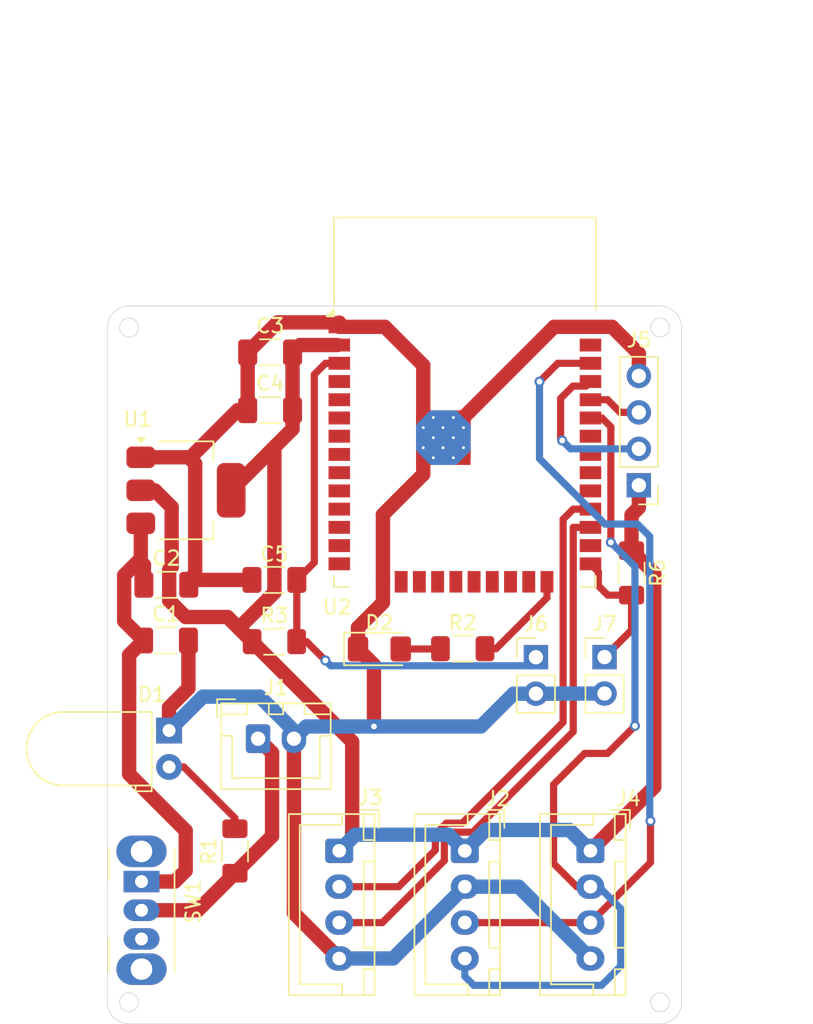
<source format=kicad_pcb>
(kicad_pcb (version 20240108) (generator "pcbnew") (generator_version "8.0")
  (layers (0 "F.Cu" signal) (31 "B.Cu" signal) (34 "B.Paste" user) (35 "F.Paste" user) (36 "B.SilkS" user "B.Silkscreen") (37 "F.SilkS" user "F.Silkscreen") (38 "B.Mask" user) (39 "F.Mask" user) (44 "Edge.Cuts" user))
  (net 0 "")
  (net 1 "GND")
  (net 2 "/EN")
  (net 3 "+3.3V")
  (net 4 "+3V7")
  (net 5 "Net-(D1-A)")
  (net 6 "Net-(D2-A)")
  (net 7 "/IO0")
  (net 8 "/U0TXD")
  (net 9 "/U0RXD")
  (net 10 "/SCL")
  (net 11 "/SDA")
  (net 13 "+BATT")
  (net 14 "/U2TXD")
  (net 40 "/U2RXD")
  (net 41 "/IO2")
  (footprint "Capacitor_SMD:C_1206_3216Metric_Pad1.33x1.80mm_HandSolder" (layer "F.Cu") (at 130.9 123.47)
    (property "Reference" "C2" (at 0 -1.85 0) (layer "F.SilkS"))
    (property "Value" "0.1µF")
    (pad "1" smd roundrect (at -1.5625 0) (size 1.325 1.8) (layers "F.Cu" "F.Paste" "F.Mask") (roundrect_rratio 0.188679) (net 4 "+3V7"))
    (pad "2" smd roundrect (at 1.5625 0) (size 1.325 1.8) (layers "F.Cu" "F.Paste" "F.Mask") (roundrect_rratio 0.188679) (net 1 "GND"))
  )
  (footprint "Resistor_SMD:R_1206_3216Metric_Pad1.30x1.75mm_HandSolder" (layer "F.Cu") (at 163.31 122.64 -90)
    (property "Reference" "R6" (at 0 -1.82 90) (layer "F.SilkS"))
    (property "Value" "10k")
    (pad "1" smd roundrect (at -1.55 0 270) (size 1.3 1.75) (layers "F.Cu" "F.Paste" "F.Mask") (roundrect_rratio 0.192308) (net 3 "+3.3V"))
    (pad "2" smd roundrect (at 1.55 0 270) (size 1.3 1.75) (layers "F.Cu" "F.Paste" "F.Mask") (roundrect_rratio 0.192308) (net 7 "/IO0"))
  )
  (footprint "Capacitor_SMD:C_1206_3216Metric_Pad1.33x1.80mm_HandSolder" (layer "F.Cu") (at 138.13 111.31 180)
    (property "Reference" "C4" (at 0 1.87 0) (layer "F.SilkS"))
    (property "Value" "10µF")
    (pad "1" smd roundrect (at -1.5625 0 180) (size 1.325 1.8) (layers "F.Cu" "F.Paste" "F.Mask") (roundrect_rratio 0.188679) (net 3 "+3.3V"))
    (pad "2" smd roundrect (at 1.5625 0 180) (size 1.325 1.8) (layers "F.Cu" "F.Paste" "F.Mask") (roundrect_rratio 0.188679) (net 1 "GND"))
  )
  (footprint "Package_TO_SOT_SMD:SOT-223-3_TabPin2" (layer "F.Cu") (at 132.27 116.8875)
    (property "Reference" "U1" (at -3.36 -4.9475 180) (layer "F.SilkS"))
    (property "Value" "AMS1117-3.3")
    (pad "1" smd roundrect (at -3.15 -2.3) (size 2 1.5) (layers "F.Cu" "F.Paste" "F.Mask") (net 1 "GND"))
    (pad "2" smd roundrect (at -3.15 0) (size 2 1.5) (layers "F.Cu" "F.Paste" "F.Mask") (net 3 "+3.3V"))
    (pad "2" smd roundrect (at 3.15 0) (size 2 3.8) (layers "F.Cu" "F.Paste" "F.Mask") (net 3 "+3.3V"))
    (pad "3" smd roundrect (at -3.15 2.3) (size 2 1.5) (layers "F.Cu" "F.Paste" "F.Mask") (net 4 "+3V7"))
  )
  (footprint "Connector_PinHeader_2.54mm:PinHeader_1x04_P2.54mm_Vertical" (layer "F.Cu") (at 163.82 116.54 180)
    (property "Reference" "J5" (at -0.01 10.12 0) (layer "F.SilkS"))
    (property "Value" "Programmer")
    (pad "1" thru_hole rect (at 0 0 180) (size 1.7 1.7) (drill 1) (layers "*.Cu" "*.Mask") (net 3 "+3.3V"))
    (pad "2" thru_hole oval (at 0 2.54 180) (size 1.7 1.7) (drill 1) (layers "*.Cu" "*.Mask") (net 8 "/U0TXD"))
    (pad "3" thru_hole oval (at 0 5.08 180) (size 1.7 1.7) (drill 1) (layers "*.Cu" "*.Mask") (net 9 "/U0RXD"))
    (pad "4" thru_hole oval (at 0 7.62 180) (size 1.7 1.7) (drill 1) (layers "*.Cu" "*.Mask") (net 1 "GND"))
  )
  (footprint "Capacitor_SMD:C_1206_3216Metric_Pad1.33x1.80mm_HandSolder" (layer "F.Cu") (at 130.8775 127.35)
    (property "Reference" "C1" (at 0 -1.85 0) (layer "F.SilkS"))
    (property "Value" "10µF")
    (pad "1" smd roundrect (at -1.5625 0) (size 1.325 1.8) (layers "F.Cu" "F.Paste" "F.Mask") (roundrect_rratio 0.188679) (net 4 "+3V7"))
    (pad "2" smd roundrect (at 1.5625 0) (size 1.325 1.8) (layers "F.Cu" "F.Paste" "F.Mask") (roundrect_rratio 0.188679) (net 1 "GND"))
  )
  (footprint "Connector_JST:JST_XH_B4B-XH-A_1x04_P2.50mm_Vertical" (layer "F.Cu") (at 151.695 142 -90)
    (property "Reference" "J2" (at -3.63 -2.3 0) (layer "F.SilkS"))
    (property "Value" "MPU6050")
    (pad "1" thru_hole roundrect (at 0 0 270) (size 1.7 1.95) (drill 0.95) (layers "*.Cu" "*.Mask") (roundrect_rratio 0.147059) (net 3 "+3.3V"))
    (pad "2" thru_hole oval (at 2.5 0 270) (size 1.7 1.95) (drill 0.95) (layers "*.Cu" "*.Mask") (net 1 "GND"))
    (pad "3" thru_hole oval (at 5 0 270) (size 1.7 1.95) (drill 0.95) (layers "*.Cu" "*.Mask") (net 10 "/SCL"))
    (pad "4" thru_hole oval (at 7.5 0 270) (size 1.7 1.95) (drill 0.95) (layers "*.Cu" "*.Mask") (net 11 "/SDA"))
  )
  (footprint "LED_SMD:LED_1206_3216Metric_Pad1.42x1.75mm_HandSolder" (layer "F.Cu") (at 145.7425 127.94)
    (property "Reference" "D2" (at 0 -1.82 0) (layer "F.SilkS"))
    (property "Value" "LED_D2")
    (pad "1" smd roundrect (at -1.4875 0) (size 1.425 1.75) (layers "F.Cu" "F.Paste" "F.Mask") (roundrect_rratio 0.175439) (net 1 "GND"))
    (pad "2" smd roundrect (at 1.4875 0) (size 1.425 1.75) (layers "F.Cu" "F.Paste" "F.Mask") (roundrect_rratio 0.175439) (net 6 "Net-(D2-A)"))
  )
  (footprint "Resistor_SMD:R_1206_3216Metric_Pad1.30x1.75mm_HandSolder" (layer "F.Cu") (at 151.55 127.92 180)
    (property "Reference" "R2" (at 0 1.8 0) (layer "F.SilkS"))
    (property "Value" "200")
    (pad "1" smd roundrect (at -1.55 0 180) (size 1.3 1.75) (layers "F.Cu" "F.Paste" "F.Mask") (roundrect_rratio 0.192308) (net 41 "/IO2"))
    (pad "2" smd roundrect (at 1.55 0 180) (size 1.3 1.75) (layers "F.Cu" "F.Paste" "F.Mask") (roundrect_rratio 0.192308) (net 6 "Net-(D2-A)"))
  )
  (footprint "Resistor_SMD:R_1206_3216Metric_Pad1.30x1.75mm_HandSolder" (layer "F.Cu") (at 135.68 142.01 90)
    (property "Reference" "R1" (at 0 -1.82 90) (layer "F.SilkS"))
    (property "Value" "200")
    (pad "1" smd roundrect (at -1.55 0 90) (size 1.3 1.75) (layers "F.Cu" "F.Paste" "F.Mask") (roundrect_rratio 0.192308) (net 13 "+BATT"))
    (pad "2" smd roundrect (at 1.55 0 90) (size 1.3 1.75) (layers "F.Cu" "F.Paste" "F.Mask") (roundrect_rratio 0.192308) (net 5 "Net-(D1-A)"))
  )
  (footprint "Button_Switch_THT:SW_Slide_SPDT_Angled_CK_OS102011MA1Q" (layer "F.Cu") (at 129.17 144.14 -90)
    (property "Reference" "SW1" (at 1.4 -3.6 90) (layer "F.SilkS"))
    (property "Value" "SW_SPDT")
    (pad "" thru_hole oval (at -2.1 0 270) (size 2.2 3.5) (drill 1.5) (layers "*.Cu" "*.Mask"))
    (pad "" thru_hole oval (at 6.1 0 270) (size 2.2 3.5) (drill 1.5) (layers "*.Cu" "*.Mask"))
    (pad "1" thru_hole rect (at 0 0 270) (size 1.5 2.5) (drill 0.9) (layers "*.Cu" "*.Mask") (net 4 "+3V7"))
    (pad "2" thru_hole oval (at 2 0 270) (size 1.5 2.5) (drill 0.9) (layers "*.Cu" "*.Mask") (net 13 "+BATT"))
    (pad "3" thru_hole oval (at 4 0 270) (size 1.5 2.5) (drill 0.9) (layers "*.Cu" "*.Mask"))
  )
  (footprint "Capacitor_SMD:C_1206_3216Metric_Pad1.33x1.80mm_HandSolder" (layer "F.Cu") (at 138.43 123.13 180)
    (property "Reference" "C5" (at 0 1.79 0) (layer "F.SilkS"))
    (property "Value" "0.1µF")
    (pad "1" smd roundrect (at -1.5625 0 180) (size 1.325 1.8) (layers "F.Cu" "F.Paste" "F.Mask") (roundrect_rratio 0.188679) (net 2 "/EN"))
    (pad "2" smd roundrect (at 1.5625 0 180) (size 1.325 1.8) (layers "F.Cu" "F.Paste" "F.Mask") (roundrect_rratio 0.188679) (net 1 "GND"))
  )
  (footprint "RF_Module:ESP32-WROOM-32D" (layer "F.Cu") (at 151.7 113.75)
    (property "Reference" "U2" (at -8.9 11.28 180) (layer "F.SilkS"))
    (property "Value" "ESP32-WROOM-32E")
    (pad "1" smd rect (at -8.75 -8.25) (size 1.5 0.9) (layers "F.Cu" "F.Paste" "F.Mask") (net 1 "GND"))
    (pad "2" smd rect (at -8.75 -6.98) (size 1.5 0.9) (layers "F.Cu" "F.Paste" "F.Mask") (net 3 "+3.3V"))
    (pad "3" smd rect (at -8.75 -5.71) (size 1.5 0.9) (layers "F.Cu" "F.Paste" "F.Mask") (net 2 "/EN"))
    (pad "4" smd rect (at -8.75 -4.44) (size 1.5 0.9) (layers "F.Cu" "F.Paste" "F.Mask"))
    (pad "5" smd rect (at -8.75 -3.17) (size 1.5 0.9) (layers "F.Cu" "F.Paste" "F.Mask"))
    (pad "6" smd rect (at -8.75 -1.9) (size 1.5 0.9) (layers "F.Cu" "F.Paste" "F.Mask"))
    (pad "7" smd rect (at -8.75 -0.63) (size 1.5 0.9) (layers "F.Cu" "F.Paste" "F.Mask"))
    (pad "8" smd rect (at -8.75 0.64) (size 1.5 0.9) (layers "F.Cu" "F.Paste" "F.Mask"))
    (pad "9" smd rect (at -8.75 1.91) (size 1.5 0.9) (layers "F.Cu" "F.Paste" "F.Mask"))
    (pad "10" smd rect (at -8.75 3.18) (size 1.5 0.9) (layers "F.Cu" "F.Paste" "F.Mask"))
    (pad "11" smd rect (at -8.75 4.45) (size 1.5 0.9) (layers "F.Cu" "F.Paste" "F.Mask"))
    (pad "12" smd rect (at -8.75 5.72) (size 1.5 0.9) (layers "F.Cu" "F.Paste" "F.Mask"))
    (pad "13" smd rect (at -8.75 6.99) (size 1.5 0.9) (layers "F.Cu" "F.Paste" "F.Mask"))
    (pad "14" smd rect (at -8.75 8.26) (size 1.5 0.9) (layers "F.Cu" "F.Paste" "F.Mask"))
    (pad "15" smd rect (at -5.71 9.51 90) (size 1.5 0.9) (layers "F.Cu" "F.Paste" "F.Mask") (net 1 "GND"))
    (pad "16" smd rect (at -4.44 9.51 90) (size 1.5 0.9) (layers "F.Cu" "F.Paste" "F.Mask"))
    (pad "17" smd rect (at -3.17 9.51 90) (size 1.5 0.9) (layers "F.Cu" "F.Paste" "F.Mask"))
    (pad "18" smd rect (at -1.9 9.51 90) (size 1.5 0.9) (layers "F.Cu" "F.Paste" "F.Mask"))
    (pad "19" smd rect (at -0.63 9.51 90) (size 1.5 0.9) (layers "F.Cu" "F.Paste" "F.Mask"))
    (pad "20" smd rect (at 0.64 9.51 90) (size 1.5 0.9) (layers "F.Cu" "F.Paste" "F.Mask"))
    (pad "21" smd rect (at 1.91 9.51 90) (size 1.5 0.9) (layers "F.Cu" "F.Paste" "F.Mask"))
    (pad "22" smd rect (at 3.18 9.51 90) (size 1.5 0.9) (layers "F.Cu" "F.Paste" "F.Mask"))
    (pad "23" smd rect (at 4.45 9.51 90) (size 1.5 0.9) (layers "F.Cu" "F.Paste" "F.Mask"))
    (pad "24" smd rect (at 5.72 9.51 90) (size 1.5 0.9) (layers "F.Cu" "F.Paste" "F.Mask") (net 41 "/IO2"))
    (pad "25" smd rect (at 8.75 8.26) (size 1.5 0.9) (layers "F.Cu" "F.Paste" "F.Mask") (net 7 "/IO0"))
    (pad "26" smd rect (at 8.75 6.99) (size 1.5 0.9) (layers "F.Cu" "F.Paste" "F.Mask"))
    (pad "27" smd rect (at 8.75 5.72) (size 1.5 0.9) (layers "F.Cu" "F.Paste" "F.Mask") (net 40 "/U2RXD"))
    (pad "28" smd rect (at 8.75 4.45) (size 1.5 0.9) (layers "F.Cu" "F.Paste" "F.Mask") (net 14 "/U2TXD"))
    (pad "29" smd rect (at 8.75 3.18) (size 1.5 0.9) (layers "F.Cu" "F.Paste" "F.Mask"))
    (pad "30" smd rect (at 8.75 1.91) (size 1.5 0.9) (layers "F.Cu" "F.Paste" "F.Mask"))
    (pad "31" smd rect (at 8.75 0.64) (size 1.5 0.9) (layers "F.Cu" "F.Paste" "F.Mask"))
    (pad "32" smd rect (at 8.75 -0.63) (size 1.5 0.9) (layers "F.Cu" "F.Paste" "F.Mask"))
    (pad "33" smd rect (at 8.75 -1.9) (size 1.5 0.9) (layers "F.Cu" "F.Paste" "F.Mask") (net 11 "/SDA"))
    (pad "34" smd rect (at 8.75 -3.17) (size 1.5 0.9) (layers "F.Cu" "F.Paste" "F.Mask") (net 9 "/U0RXD"))
    (pad "35" smd rect (at 8.75 -4.44) (size 1.5 0.9) (layers "F.Cu" "F.Paste" "F.Mask") (net 8 "/U0TXD"))
    (pad "36" smd rect (at 8.75 -5.71) (size 1.5 0.9) (layers "F.Cu" "F.Paste" "F.Mask") (net 10 "/SCL"))
    (pad "37" smd rect (at 8.75 -6.98) (size 1.5 0.9) (layers "F.Cu" "F.Paste" "F.Mask"))
    (pad "38" smd rect (at 8.75 -8.25) (size 1.5 0.9) (layers "F.Cu" "F.Paste" "F.Mask") (net 1 "GND"))
    (pad "39" smd rect (at -2.9 -1.93) (size 0.9 0.9) (layers "F.Cu" "F.Paste") (net 1 "GND"))
    (pad "39" thru_hole circle (at -2.9 -1.23) (size 0.6 0.6) (drill 0.2) (property pad_prop_heatsink) (layers "*.Cu" "F.Mask") (net 1 "GND"))
    (pad "39" smd rect (at -2.9 -0.53) (size 0.9 0.9) (layers "F.Cu" "F.Paste") (net 1 "GND"))
    (pad "39" thru_hole circle (at -2.9 0.17) (size 0.6 0.6) (drill 0.2) (property pad_prop_heatsink) (layers "*.Cu" "F.Mask") (net 1 "GND"))
    (pad "39" smd rect (at -2.9 0.87) (size 0.9 0.9) (layers "F.Cu" "F.Paste") (net 1 "GND"))
    (pad "39" thru_hole circle (at -2.2 -1.93) (size 0.6 0.6) (drill 0.2) (property pad_prop_heatsink) (layers "*.Cu" "F.Mask") (net 1 "GND"))
    (pad "39" thru_hole circle (at -2.2 -0.53) (size 0.6 0.6) (drill 0.2) (property pad_prop_heatsink) (layers "*.Cu" "F.Mask") (net 1 "GND"))
    (pad "39" thru_hole circle (at -2.2 0.87) (size 0.6 0.6) (drill 0.2) (property pad_prop_heatsink) (layers "*.Cu" "F.Mask") (net 1 "GND"))
    (pad "39" thru_hole circle (at -1.525 -1.23) (size 0.6 0.6) (drill 0.2) (property pad_prop_heatsink) (layers "*.Cu" "F.Mask") (net 1 "GND"))
    (pad "39" thru_hole circle (at -1.525 0.17) (size 0.6 0.6) (drill 0.2) (property pad_prop_heatsink) (layers "*.Cu" "F.Mask") (net 1 "GND"))
    (pad "39" smd rect (at -1.5 -1.93) (size 0.9 0.9) (layers "F.Cu" "F.Paste") (net 1 "GND"))
    (pad "39" smd rect (at -1.5 -0.53) (size 0.9 0.9) (layers "F.Cu" "F.Paste") (net 1 "GND"))
    (pad "39" smd rect (at -1.5 -0.53) (size 3.8 3.8) (layers "F.Cu" "F.Mask") (net 1 "GND"))
    (pad "39" smd rect (at -1.5 0.87) (size 0.9 0.9) (layers "F.Cu" "F.Paste") (net 1 "GND"))
    (pad "39" thru_hole circle (at -0.8 -1.93) (size 0.6 0.6) (drill 0.2) (property pad_prop_heatsink) (layers "*.Cu" "F.Mask") (net 1 "GND"))
    (pad "39" thru_hole circle (at -0.8 -0.53) (size 0.6 0.6) (drill 0.2) (property pad_prop_heatsink) (layers "*.Cu" "F.Mask") (net 1 "GND"))
    (pad "39" thru_hole circle (at -0.8 0.87) (size 0.6 0.6) (drill 0.2) (property pad_prop_heatsink) (layers "*.Cu" "F.Mask") (net 1 "GND"))
    (pad "39" smd rect (at -0.1 -1.93) (size 0.9 0.9) (layers "F.Cu" "F.Paste") (net 1 "GND"))
    (pad "39" thru_hole circle (at -0.1 -1.23) (size 0.6 0.6) (drill 0.2) (property pad_prop_heatsink) (layers "*.Cu" "F.Mask") (net 1 "GND"))
    (pad "39" smd rect (at -0.1 -0.53) (size 0.9 0.9) (layers "F.Cu" "F.Paste") (net 1 "GND"))
    (pad "39" thru_hole circle (at -0.1 0.17) (size 0.6 0.6) (drill 0.2) (property pad_prop_heatsink) (layers "*.Cu" "F.Mask") (net 1 "GND"))
    (pad "39" smd rect (at -0.1 0.87) (size 0.9 0.9) (layers "F.Cu" "F.Paste") (net 1 "GND"))
  )
  (footprint "Connector_JST:JST_XH_B2B-XH-A_1x02_P2.50mm_Vertical" (layer "F.Cu") (at 137.29 134.19)
    (property "Reference" "J1" (at 1.25 -3.55 0) (layer "F.SilkS"))
    (property "Value" "Battery")
    (pad "1" thru_hole roundrect (at 0 0) (size 1.7 2) (drill 1) (layers "*.Cu" "*.Mask") (roundrect_rratio 0.147059) (net 13 "+BATT"))
    (pad "2" thru_hole oval (at 2.5 0) (size 1.7 2) (drill 1) (layers "*.Cu" "*.Mask") (net 1 "GND"))
  )
  (footprint "Resistor_SMD:R_1206_3216Metric_Pad1.30x1.75mm_HandSolder" (layer "F.Cu") (at 138.43 127.43)
    (property "Reference" "R3" (at 0 -1.82 0) (layer "F.SilkS"))
    (property "Value" "10k")
    (pad "1" smd roundrect (at -1.55 0) (size 1.3 1.75) (layers "F.Cu" "F.Paste" "F.Mask") (roundrect_rratio 0.192308) (net 3 "+3.3V"))
    (pad "2" smd roundrect (at 1.55 0) (size 1.3 1.75) (layers "F.Cu" "F.Paste" "F.Mask") (roundrect_rratio 0.192308) (net 2 "/EN"))
  )
  (footprint "LED_THT:LED_D5.0mm_Horizontal_O1.27mm_Z3.0mm" (layer "F.Cu") (at 131.09 133.62 -90)
    (property "Reference" "D1" (at -2.52 1.19 180) (layer "F.SilkS"))
    (property "Value" "LED_PWR")
    (pad "1" thru_hole rect (at 0 0 270) (size 1.8 1.8) (drill 0.9) (layers "*.Cu" "*.Mask") (net 1 "GND"))
    (pad "2" thru_hole circle (at 2.54 0 270) (size 1.8 1.8) (drill 0.9) (layers "*.Cu" "*.Mask") (net 5 "Net-(D1-A)"))
  )
  (footprint "Connector_PinHeader_2.54mm:PinHeader_1x02_P2.54mm_Vertical" (layer "F.Cu") (at 156.65 128.515)
    (property "Reference" "J6" (at 0 -2.33 0) (layer "F.SilkS"))
    (property "Value" "EN Jumper")
    (pad "1" thru_hole rect (at 0 0) (size 1.7 1.7) (drill 1) (layers "*.Cu" "*.Mask") (net 2 "/EN"))
    (pad "2" thru_hole oval (at 0 2.54) (size 1.7 1.7) (drill 1) (layers "*.Cu" "*.Mask") (net 1 "GND"))
  )
  (footprint "Connector_PinHeader_2.54mm:PinHeader_1x02_P2.54mm_Vertical" (layer "F.Cu") (at 161.43 128.505)
    (property "Reference" "J7" (at 0 -2.33 0) (layer "F.SilkS"))
    (property "Value" "IO0 Jumper")
    (pad "1" thru_hole rect (at 0 0) (size 1.7 1.7) (drill 1) (layers "*.Cu" "*.Mask") (net 7 "/IO0"))
    (pad "2" thru_hole oval (at 0 2.54) (size 1.7 1.7) (drill 1) (layers "*.Cu" "*.Mask") (net 1 "GND"))
  )
  (footprint "Connector_JST:JST_XH_B4B-XH-A_1x04_P2.50mm_Vertical" (layer "F.Cu") (at 142.945 142 -90)
    (property "Reference" "J3" (at -3.71 -2.16 0) (layer "F.SilkS"))
    (property "Value" "NEO-6M")
    (pad "1" thru_hole roundrect (at 0 0 270) (size 1.7 1.95) (drill 0.95) (layers "*.Cu" "*.Mask") (roundrect_rratio 0.147059) (net 3 "+3.3V"))
    (pad "2" thru_hole oval (at 2.5 0 270) (size 1.7 1.95) (drill 0.95) (layers "*.Cu" "*.Mask") (net 14 "/U2TXD"))
    (pad "3" thru_hole oval (at 5 0 270) (size 1.7 1.95) (drill 0.95) (layers "*.Cu" "*.Mask") (net 40 "/U2RXD"))
    (pad "4" thru_hole oval (at 7.5 0 270) (size 1.7 1.95) (drill 0.95) (layers "*.Cu" "*.Mask") (net 1 "GND"))
  )
  (footprint "Capacitor_SMD:C_1206_3216Metric_Pad1.33x1.80mm_HandSolder" (layer "F.Cu") (at 138.13 107.28 180)
    (property "Reference" "C3" (at -0.01 1.85 0) (layer "F.SilkS"))
    (property "Value" "0.1µF")
    (pad "1" smd roundrect (at -1.5625 0 180) (size 1.325 1.8) (layers "F.Cu" "F.Paste" "F.Mask") (roundrect_rratio 0.188679) (net 3 "+3.3V"))
    (pad "2" smd roundrect (at 1.5625 0 180) (size 1.325 1.8) (layers "F.Cu" "F.Paste" "F.Mask") (roundrect_rratio 0.188679) (net 1 "GND"))
  )
  (footprint "Connector_JST:JST_XH_B4B-XH-A_1x04_P2.50mm_Vertical" (layer "F.Cu") (at 160.445 142 -90)
    (property "Reference" "J4" (at -3.63 -2.65 0) (layer "F.SilkS"))
    (property "Value" "MAX30102")
    (pad "1" thru_hole roundrect (at 0 0 270) (size 1.7 1.95) (drill 0.95) (layers "*.Cu" "*.Mask") (roundrect_rratio 0.147059) (net 3 "+3.3V"))
    (pad "2" thru_hole oval (at 2.5 0 270) (size 1.7 1.95) (drill 0.95) (layers "*.Cu" "*.Mask") (net 11 "/SDA"))
    (pad "3" thru_hole oval (at 5 0 270) (size 1.7 1.95) (drill 0.95) (layers "*.Cu" "*.Mask") (net 10 "/SCL"))
    (pad "4" thru_hole oval (at 7.5 0 270) (size 1.7 1.95) (drill 0.95) (layers "*.Cu" "*.Mask") (net 1 "GND"))
  )
  (gr_circle (center 165.3 105.55) (end 165.85 105.19) (stroke (width 0.05)) (fill none) (layer "Edge.Cuts"))
  (gr_circle (center 128.3 105.55) (end 128.85 105.19) (stroke (width 0.05)) (fill none) (layer "Edge.Cuts"))
  (gr_line (start 126.8 152.55) (end 126.8 105.55) (stroke (width 0.05)) (layer "Edge.Cuts"))
  (gr_arc (start 166.8 152.55) (mid 166.36066 153.61066) (end 165.3 154.05) (stroke (width 0.05)) (layer "Edge.Cuts"))
  (gr_line (start 166.8 105.55) (end 166.8 152.55) (stroke (width 0.05)) (layer "Edge.Cuts"))
  (gr_line (start 128.3 104.05) (end 165.3 104.05) (stroke (width 0.05)) (layer "Edge.Cuts"))
  (gr_arc (start 126.8 105.55) (mid 127.23934 104.48934) (end 128.3 104.05) (stroke (width 0.05)) (layer "Edge.Cuts"))
  (gr_arc (start 128.3 154.05) (mid 127.23934 153.61066) (end 126.8 152.55) (stroke (width 0.05)) (layer "Edge.Cuts"))
  (gr_arc (start 165.3 104.05) (mid 166.36066 104.48934) (end 166.8 105.55) (stroke (width 0.05)) (layer "Edge.Cuts"))
  (gr_line (start 165.3 154.05) (end 128.3 154.05) (stroke (width 0.05)) (layer "Edge.Cuts"))
  (gr_circle (center 165.3 152.55) (end 165.85 152.19) (stroke (width 0.05)) (fill none) (layer "Edge.Cuts"))
  (gr_circle (center 128.3 152.55) (end 128.85 152.19) (stroke (width 0.05)) (fill none) (layer "Edge.Cuts"))
  (segment (start 144.255 126.4467) (end 145.99 124.7117) (width 1) (layer "F.Cu") (net 1))
  (segment (start 138.6551 105.1924) (end 142.1761 105.1924) (width 1) (layer "F.Cu") (net 1))
  (segment (start 148.8 113.92) (end 148.8 113.22) (width 1) (layer "F.Cu") (net 1))
  (segment (start 163.82 108.92) (end 163.82 107.3683) (width 1) (layer "F.Cu") (net 1))
  (segment (start 148.8 114.62) (end 148.8 115.7717) (width 1) (layer "F.Cu") (net 1))
  (segment (start 150.2 111.82) (end 150.175 111.845) (width 1) (layer "F.Cu") (net 1))
  (segment (start 136.5675 107.28) (end 138.6551 105.1924) (width 1) (layer "F.Cu") (net 1))
  (segment (start 132.4625 123.13) (end 136.8675 123.13) (width 1) (layer "F.Cu") (net 1))
  (segment (start 163.82 107.3683) (end 161.9517 105.5) (width 1) (layer "F.Cu") (net 1))
  (segment (start 151.6 113.92) (end 151.6 113.22) (width 1) (layer "F.Cu") (net 1))
  (segment (start 135.87 111.31) (end 132.5925 114.5875) (width 1) (layer "F.Cu") (net 1))
  (segment (start 150.9 111.82) (end 150.9 113.22) (width 1) (layer "F.Cu") (net 1))
  (segment (start 131.09 132.0183) (end 132.44 130.6683) (width 1) (layer "F.Cu") (net 1))
  (segment (start 136.5675 111.31) (end 136.5675 107.28) (width 1) (layer "F.Cu") (net 1))
  (segment (start 150.175 113.92) (end 150.2 113.895) (width 1) (layer "F.Cu") (net 1))
  (segment (start 142.95 105.2027) (end 142.95 105.5) (width 1) (layer "F.Cu") (net 1))
  (segment (start 146.12 105.5) (end 148.8 108.18) (width 1) (layer "F.Cu") (net 1))
  (segment (start 132.91 115.035) (end 132.91 122.6825) (width 1) (layer "F.Cu") (net 1))
  (segment (start 145.3648 129.0498) (end 145.3648 133.3391) (width 1) (layer "F.Cu") (net 1))
  (segment (start 132.4625 123.13) (end 132.4625 123.47) (width 1) (layer "F.Cu") (net 1))
  (segment (start 148.8 108.18) (end 148.8 111.82) (width 1) (layer "F.Cu") (net 1))
  (segment (start 150.2 114.62) (end 150.175 114.595) (width 1) (layer "F.Cu") (net 1))
  (segment (start 132.5925 114.5875) (end 132.4625 114.5875) (width 1) (layer "F.Cu") (net 1))
  (segment (start 150.2 113.22) (end 150.175 113.195) (width 1) (layer "F.Cu") (net 1))
  (segment (start 150.175 111.845) (end 150.175 112.52) (width 1) (layer "F.Cu") (net 1))
  (segment (start 136.5675 111.31) (end 135.87 111.31) (width 1) (layer "F.Cu") (net 1))
  (segment (start 145.99 118.5817) (end 145.99 123.26) (width 1) (layer "F.Cu") (net 1))
  (segment (start 148.8 115.7717) (end 145.99 118.5817) (width 1) (layer "F.Cu") (net 1))
  (segment (start 139.79 146.345) (end 139.79 134.19) (width 1) (layer "F.Cu") (net 1))
  (segment (start 150.9 113.22) (end 150.9 114.62) (width 1) (layer "F.Cu") (net 1))
  (segment (start 129.12 114.5875) (end 132.4625 114.5875) (width 1) (layer "F.Cu") (net 1))
  (segment (start 150.175 114.595) (end 150.175 113.92) (width 1) (layer "F.Cu") (net 1))
  (segment (start 150.2 113.22) (end 157.92 105.5) (width 1) (layer "F.Cu") (net 1))
  (segment (start 132.91 122.6825) (end 132.4625 123.13) (width 1) (layer "F.Cu") (net 1))
  (segment (start 142.945 149.5) (end 139.79 146.345) (width 1) (layer "F.Cu") (net 1))
  (segment (start 132.44 130.6683) (end 132.44 127.35) (width 1) (layer "F.Cu") (net 1))
  (segment (start 148.8 112.52) (end 148.8 111.82) (width 1) (layer "F.Cu") (net 1))
  (segment (start 148.8 113.92) (end 148.8 114.62) (width 1) (layer "F.Cu") (net 1))
  (segment (start 145.99 123.26) (end 145.99 124.7117) (width 1) (layer "F.Cu") (net 1))
  (segment (start 142.9397 105.1924) (end 142.95 105.2027) (width 0.8998) (layer "F.Cu") (net 1))
  (segment (start 131.09 133.62) (end 131.09 132.0183) (width 1) (layer "F.Cu") (net 1))
  (segment (start 151.6 114.62) (end 151.6 113.92) (width 1) (layer "F.Cu") (net 1))
  (segment (start 161.9517 105.5) (end 160.45 105.5) (width 1) (layer "F.Cu") (net 1))
  (segment (start 151.6 112.52) (end 151.6 111.82) (width 1) (layer "F.Cu") (net 1))
  (segment (start 144.255 127.94) (end 144.255 126.4467) (width 1) (layer "F.Cu") (net 1))
  (segment (start 132.4625 114.5875) (end 132.91 115.035) (width 1) (layer "F.Cu") (net 1))
  (segment (start 150.175 113.195) (end 150.175 112.52) (width 1) (layer "F.Cu") (net 1))
  (segment (start 142.1761 105.1924) (end 142.9397 105.1924) (width 0.8998) (layer "F.Cu") (net 1))
  (segment (start 149.5 113.22) (end 149.5 111.82) (width 1) (layer "F.Cu") (net 1))
  (segment (start 151.6 113.22) (end 151.6 112.52) (width 1) (layer "F.Cu") (net 1))
  (segment (start 150.2 113.895) (end 150.2 113.22) (width 1) (layer "F.Cu") (net 1))
  (segment (start 144.255 127.94) (end 145.3648 129.0498) (width 1) (layer "F.Cu") (net 1))
  (segment (start 148.8 113.22) (end 148.8 112.52) (width 1) (layer "F.Cu") (net 1))
  (segment (start 142.95 105.5) (end 146.12 105.5) (width 1) (layer "F.Cu") (net 1))
  (segment (start 157.92 105.5) (end 160.45 105.5) (width 1) (layer "F.Cu") (net 1))
  (via (at 145.3648 133.3391) (size 0.7) (drill 0.4) (layers "F.Cu" "B.Cu") (net 1))
  (segment (start 155.0983 131.055) (end 152.8142 133.3391) (width 1) (layer "B.Cu") (net 1))
  (segment (start 148.8 112.52) (end 150.175 112.52) (width 1) (layer "B.Cu") (net 1))
  (segment (start 142.945 149.5) (end 146.695 149.5) (width 1) (layer "B.Cu") (net 1))
  (segment (start 148.8 113.92) (end 148.8 112.52) (width 1) (layer "B.Cu") (net 1))
  (segment (start 148.8 113.92) (end 149.5 114.62) (width 1) (layer "B.Cu") (net 1))
  (segment (start 149.5 113.22) (end 150.9 113.22) (width 1) (layer "B.Cu") (net 1))
  (segment (start 139.79 133.64) (end 137.41 131.26) (width 1) (layer "B.Cu") (net 1))
  (segment (start 139.79 134.19) (end 139.79 133.64) (width 1) (layer "B.Cu") (net 1))
  (segment (start 158.2117 131.045) (end 158.2017 131.055) (width 1) (layer "B.Cu") (net 1))
  (segment (start 156.65 131.055) (end 158.2017 131.055) (width 1) (layer "B.Cu") (net 1))
  (segment (start 150.175 113.92) (end 151.6 113.92) (width 1) (layer "B.Cu") (net 1))
  (segment (start 146.695 149.5) (end 151.695 144.5) (width 1) (layer "B.Cu") (net 1))
  (segment (start 161.43 131.045) (end 158.2117 131.045) (width 1) (layer "B.Cu") (net 1))
  (segment (start 133.45 131.26) (end 131.09 133.62) (width 1) (layer "B.Cu") (net 1))
  (segment (start 155.445 144.5) (end 160.445 149.5) (width 1) (layer "B.Cu") (net 1))
  (segment (start 137.41 131.26) (end 133.45 131.26) (width 1) (layer "B.Cu") (net 1))
  (segment (start 151.6 113.92) (end 150.9 114.62) (width 1) (layer "B.Cu") (net 1))
  (segment (start 140.6409 133.3391) (end 145.3648 133.3391) (width 1) (layer "B.Cu") (net 1))
  (segment (start 150.175 112.52) (end 151.6 112.52) (width 1) (layer "B.Cu") (net 1))
  (segment (start 139.79 134.19) (end 140.6409 133.3391) (width 1) (layer "B.Cu") (net 1))
  (segment (start 149.5 111.82) (end 150.9 111.82) (width 1) (layer "B.Cu") (net 1))
  (segment (start 148.8 113.92) (end 150.175 113.92) (width 1) (layer "B.Cu") (net 1))
  (segment (start 151.6 113.92) (end 151.6 112.52) (width 1) (layer "B.Cu") (net 1))
  (segment (start 148.8 112.52) (end 149.5 111.82) (width 1) (layer "B.Cu") (net 1))
  (segment (start 156.65 131.055) (end 155.0983 131.055) (width 1) (layer "B.Cu") (net 1))
  (segment (start 149.5 114.62) (end 150.9 114.62) (width 1) (layer "B.Cu") (net 1))
  (segment (start 151.695 144.5) (end 155.445 144.5) (width 1) (layer "B.Cu") (net 1))
  (segment (start 150.9 111.82) (end 151.6 112.52) (width 1) (layer "B.Cu") (net 1))
  (segment (start 152.8142 133.3391) (end 145.3648 133.3391) (width 1) (layer "B.Cu") (net 1))
  (segment (start 141.21 108.82) (end 141.21 121.9125) (width 0.5) (layer "F.Cu") (net 2))
  (segment (start 141.98 128.74) (end 140.67 127.43) (width 0.5) (layer "F.Cu") (net 2))
  (segment (start 139.9925 127.4175) (end 139.98 127.43) (width 0.5) (layer "F.Cu") (net 2))
  (segment (start 140.67 127.43) (end 139.98 127.43) (width 0.5) (layer "F.Cu") (net 2))
  (segment (start 139.9925 123.13) (end 139.9925 127.4175) (width 0.5) (layer "F.Cu") (net 2))
  (segment (start 142.95 108.04) (end 141.99 108.04) (width 0.5) (layer "F.Cu") (net 2))
  (segment (start 141.21 121.9125) (end 139.9925 123.13) (width 0.5) (layer "F.Cu") (net 2))
  (segment (start 141.99 108.04) (end 141.21 108.82) (width 0.5) (layer "F.Cu") (net 2))
  (via (at 141.98 128.74) (size 0.7) (drill 0.4) (layers "F.Cu" "B.Cu") (net 2))
  (segment (start 141.98 128.74) (end 142.35 129.11) (width 0.5) (layer "B.Cu") (net 2))
  (segment (start 142.35 129.11) (end 156.055 129.11) (width 0.5) (layer "B.Cu") (net 2))
  (segment (start 156.055 129.11) (end 156.65 128.515) (width 0.5) (layer "B.Cu") (net 2))
  (segment (start 131.1 124.5644) (end 132.2498 125.7142) (width 1) (layer "F.Cu") (net 3))
  (segment (start 164.8962 137.5488) (end 160.445 142) (width 1) (layer "F.Cu") (net 3))
  (segment (start 138.43 113.8775) (end 135.42 116.8875) (width 1) (layer "F.Cu") (net 3))
  (segment (start 131.27 122.24957) (end 131.1 122.41957) (width 1) (layer "F.Cu") (net 3))
  (segment (start 138.43 124.0088) (end 135.9444 126.4944) (width 1) (layer "F.Cu") (net 3))
  (segment (start 143.85 134.4) (end 136.88 127.43) (width 1) (layer "F.Cu") (net 3))
  (segment (start 139.6925 112.615) (end 138.43 113.8775) (width 1) (layer "F.Cu") (net 3))
  (segment (start 164.8962 122.6762) (end 164.8962 137.5488) (width 1) (layer "F.Cu") (net 3))
  (segment (start 135.9444 126.4944) (end 136.88 127.43) (width 1) (layer "F.Cu") (net 3))
  (segment (start 142.945 142) (end 143.85 141.095) (width 1) (layer "F.Cu") (net 3))
  (segment (start 163.82 116.54) (end 163.82 118.0917) (width 1) (layer "F.Cu") (net 3))
  (segment (start 163.31 118.6017) (end 163.31 121.09) (width 1) (layer "F.Cu") (net 3))
  (segment (start 163.31 121.09) (end 164.8962 122.6762) (width 1) (layer "F.Cu") (net 3))
  (segment (start 143.85 141.095) (end 143.85 134.4) (width 1) (layer "F.Cu") (net 3))
  (segment (start 131.27 118.06) (end 131.27 122.24957) (width 1) (layer "F.Cu") (net 3))
  (segment (start 138.43 113.8775) (end 138.43 124.0088) (width 1) (layer "F.Cu") (net 3))
  (segment (start 132.2498 125.7142) (end 135.1642 125.7142) (width 1) (layer "F.Cu") (net 3))
  (segment (start 139.6925 111.31) (end 139.6925 112.615) (width 1) (layer "F.Cu") (net 3))
  (segment (start 135.1642 125.7142) (end 135.9444 126.4944) (width 1) (layer "F.Cu") (net 3))
  (segment (start 130.0975 116.8875) (end 131.27 118.06) (width 1) (layer "F.Cu") (net 3))
  (segment (start 163.82 118.0917) (end 163.31 118.6017) (width 1) (layer "F.Cu") (net 3))
  (segment (start 129.12 116.8875) (end 130.0975 116.8875) (width 1) (layer "F.Cu") (net 3))
  (segment (start 140.2025 106.77) (end 142.82 106.77) (width 1) (layer "F.Cu") (net 3))
  (segment (start 142.82 106.77) (end 142.95 106.77) (width 0.8998) (layer "F.Cu") (net 3))
  (segment (start 139.6925 107.28) (end 140.2025 106.77) (width 1) (layer "F.Cu") (net 3))
  (segment (start 131.1 122.41957) (end 131.1 124.5644) (width 1) (layer "F.Cu") (net 3))
  (segment (start 139.6925 107.28) (end 139.6925 111.31) (width 1) (layer "F.Cu") (net 3))
  (segment (start 153.145 140.55) (end 158.995 140.55) (width 1) (layer "B.Cu") (net 3))
  (segment (start 144.065 140.88) (end 150.575 140.88) (width 1) (layer "B.Cu") (net 3))
  (segment (start 142.945 142) (end 144.065 140.88) (width 1) (layer "B.Cu") (net 3))
  (segment (start 151.695 142) (end 153.145 140.55) (width 1) (layer "B.Cu") (net 3))
  (segment (start 150.575 140.88) (end 151.695 142) (width 1) (layer "B.Cu") (net 3))
  (segment (start 158.995 140.55) (end 160.445 142) (width 1) (layer "B.Cu") (net 3))
  (segment (start 128.9096 121.8654) (end 127.964 122.811) (width 1) (layer "F.Cu") (net 4))
  (segment (start 128.31 136.66) (end 132.25 140.6) (width 1) (layer "F.Cu") (net 4))
  (segment (start 127.964 125.999) (end 129.315 127.35) (width 1) (layer "F.Cu") (net 4))
  (segment (start 129.12 121.8654) (end 128.9096 121.8654) (width 1) (layer "F.Cu") (net 4))
  (segment (start 132.25 140.6) (end 132.25 143.38) (width 1) (layer "F.Cu") (net 4))
  (segment (start 129.3375 122.0829) (end 129.12 121.8654) (width 1) (layer "F.Cu") (net 4))
  (segment (start 131.49 144.14) (end 129.17 144.14) (width 1) (layer "F.Cu") (net 4))
  (segment (start 127.964 122.811) (end 127.964 125.999) (width 1) (layer "F.Cu") (net 4))
  (segment (start 128.31 128.355) (end 128.31 136.66) (width 1) (layer "F.Cu") (net 4))
  (segment (start 129.315 127.35) (end 128.31 128.355) (width 1) (layer "F.Cu") (net 4))
  (segment (start 129.12 119.1875) (end 129.12 121.8654) (width 1) (layer "F.Cu") (net 4))
  (segment (start 129.3375 123.47) (end 129.3375 122.0829) (width 1) (layer "F.Cu") (net 4))
  (segment (start 132.25 143.38) (end 131.49 144.14) (width 1) (layer "F.Cu") (net 4))
  (segment (start 132.12 136.16) (end 135.68 139.72) (width 0.5) (layer "F.Cu") (net 5))
  (segment (start 135.68 139.72) (end 135.68 140.46) (width 0.5) (layer "F.Cu") (net 5))
  (segment (start 131.09 136.16) (end 132.12 136.16) (width 0.5) (layer "F.Cu") (net 5))
  (segment (start 149.98 127.94) (end 150 127.92) (width 0.5) (layer "F.Cu") (net 6))
  (segment (start 147.23 127.94) (end 149.98 127.94) (width 0.5) (layer "F.Cu") (net 6))
  (segment (start 163.31 126.625) (end 161.43 128.505) (width 0.5) (layer "F.Cu") (net 7))
  (segment (start 161 123.5383) (end 161.6517 124.19) (width 0.5) (layer "F.Cu") (net 7))
  (segment (start 161 122.56) (end 161 123.5383) (width 0.5) (layer "F.Cu") (net 7))
  (segment (start 160.45 122.01) (end 161 122.56) (width 0.5) (layer "F.Cu") (net 7))
  (segment (start 163.31 124.19) (end 163.31 126.625) (width 0.5) (layer "F.Cu") (net 7))
  (segment (start 161.6517 124.19) (end 163.31 124.19) (width 0.5) (layer "F.Cu") (net 7))
  (segment (start 159.23 109.63) (end 160.13 109.63) (width 0.5) (layer "F.Cu") (net 8))
  (segment (start 158.48 113.42) (end 158.37 113.31) (width 0.5) (layer "F.Cu") (net 8))
  (segment (start 160.13 109.63) (end 160.45 109.31) (width 0.5) (layer "F.Cu") (net 8))
  (segment (start 158.37 113.31) (end 158.37 110.49) (width 0.5) (layer "F.Cu") (net 8))
  (segment (start 158.37 110.49) (end 159.23 109.63) (width 0.5) (layer "F.Cu") (net 8))
  (via (at 158.48 113.42) (size 0.7) (drill 0.4) (layers "F.Cu" "B.Cu") (net 8))
  (segment (start 159.06 114) (end 163.82 114) (width 0.5) (layer "B.Cu") (net 8))
  (segment (start 158.48 113.42) (end 159.06 114) (width 0.5) (layer "B.Cu") (net 8))
  (segment (start 161.6517 110.5934) (end 162.5183 111.46) (width 0.5) (layer "F.Cu") (net 9))
  (segment (start 161.6517 110.58) (end 161.6517 110.5934) (width 0.5) (layer "F.Cu") (net 9))
  (segment (start 160.45 110.58) (end 161.6517 110.58) (width 0.5) (layer "F.Cu") (net 9))
  (segment (start 163.82 111.46) (end 162.5183 111.46) (width 0.5) (layer "F.Cu") (net 9))
  (segment (start 156.9 109.32) (end 158.18 108.04) (width 0.5) (layer "F.Cu") (net 10))
  (segment (start 158.18 108.04) (end 160.45 108.04) (width 0.5) (layer "F.Cu") (net 10))
  (segment (start 164.63 139.92) (end 164.63 142.815) (width 0.5) (layer "F.Cu") (net 10))
  (segment (start 151.695 147) (end 160.445 147) (width 0.5) (layer "F.Cu") (net 10))
  (segment (start 164.63 142.815) (end 160.445 147) (width 0.5) (layer "F.Cu") (net 10))
  (via (at 164.63 139.92) (size 0.7) (drill 0.4) (layers "F.Cu" "B.Cu") (net 10))
  (via (at 156.9 109.32) (size 0.7) (drill 0.4) (layers "F.Cu" "B.Cu") (net 10))
  (segment (start 164.58 139.87) (end 164.58 120.1) (width 0.5) (layer "B.Cu") (net 10))
  (segment (start 156.9 114.686129) (end 156.9 109.32) (width 0.5) (layer "B.Cu") (net 10))
  (segment (start 164.63 139.92) (end 164.58 139.87) (width 0.5) (layer "B.Cu") (net 10))
  (segment (start 163.72 119.24) (end 161.453871 119.24) (width 0.5) (layer "B.Cu") (net 10))
  (segment (start 164.58 120.1) (end 163.72 119.24) (width 0.5) (layer "B.Cu") (net 10))
  (segment (start 161.453871 119.24) (end 156.9 114.686129) (width 0.5) (layer "B.Cu") (net 10))
  (segment (start 160.0434 135.2171) (end 157.88 137.3805) (width 0.5) (layer "F.Cu") (net 11))
  (segment (start 161.87 120.5137) (end 161.87 112.47) (width 0.5) (layer "F.Cu") (net 11))
  (segment (start 161.87 112.47) (end 161.25 111.85) (width 0.5) (layer "F.Cu") (net 11))
  (segment (start 163.55 133.3) (end 161.6329 135.2171) (width 0.5) (layer "F.Cu") (net 11))
  (segment (start 159.5 144.5) (end 160.445 144.5) (width 0.5) (layer "F.Cu") (net 11))
  (segment (start 161.6329 135.2171) (end 160.0434 135.2171) (width 0.5) (layer "F.Cu") (net 11))
  (segment (start 157.88 137.3805) (end 157.88 142.88) (width 0.5) (layer "F.Cu") (net 11))
  (segment (start 161.25 111.85) (end 160.45 111.85) (width 0.5) (layer "F.Cu") (net 11))
  (segment (start 157.88 142.88) (end 159.5 144.5) (width 0.5) (layer "F.Cu") (net 11))
  (via (at 163.55 133.3) (size 0.7) (drill 0.4) (layers "F.Cu" "B.Cu") (net 11))
  (via (at 161.87 120.5137) (size 0.7) (drill 0.4) (layers "F.Cu" "B.Cu") (net 11))
  (segment (start 161.03 144.5) (end 160.445 144.5) (width 0.5) (layer "B.Cu") (net 11))
  (segment (start 163.55 122.1937) (end 163.55 133.3) (width 0.5) (layer "B.Cu") (net 11))
  (segment (start 151.695 150.745) (end 152.32 151.37) (width 0.5) (layer "B.Cu") (net 11))
  (segment (start 162.55 146.02) (end 161.03 144.5) (width 0.5) (layer "B.Cu") (net 11))
  (segment (start 161.87 120.5137) (end 163.55 122.1937) (width 0.5) (layer "B.Cu") (net 11))
  (segment (start 161.22 151.37) (end 162.55 150.04) (width 0.5) (layer "B.Cu") (net 11))
  (segment (start 162.55 150.04) (end 162.55 146.02) (width 0.5) (layer "B.Cu") (net 11))
  (segment (start 152.32 151.37) (end 161.22 151.37) (width 0.5) (layer "B.Cu") (net 11))
  (segment (start 151.695 149.5) (end 151.695 150.745) (width 0.5) (layer "B.Cu") (net 11))
  (segment (start 138.267 140.973) (end 138.267 135.167) (width 1) (layer "F.Cu") (net 13))
  (segment (start 129.17 146.14) (end 133.1 146.14) (width 1) (layer "F.Cu") (net 13))
  (segment (start 133.1 146.14) (end 138.267 140.973) (width 1) (layer "F.Cu") (net 13))
  (segment (start 138.267 135.167) (end 137.29 134.19) (width 1) (layer "F.Cu") (net 13))
  (segment (start 149.643 140.84341) (end 149.643 141.947) (width 0.5) (layer "F.Cu") (net 14))
  (segment (start 158.5451 133.0449) (end 151.517 140.073) (width 0.5) (layer "F.Cu") (net 14))
  (segment (start 147.09 144.5) (end 142.945 144.5) (width 0.5) (layer "F.Cu") (net 14))
  (segment (start 150.41341 140.073) (end 149.643 140.84341) (width 0.5) (layer "F.Cu") (net 14))
  (segment (start 149.643 141.947) (end 147.09 144.5) (width 0.5) (layer "F.Cu") (net 14))
  (segment (start 158.5451 118.9032) (end 158.5451 133.0449) (width 0.5) (layer "F.Cu") (net 14))
  (segment (start 160.45 118.2) (end 159.2483 118.2) (width 0.5) (layer "F.Cu") (net 14))
  (segment (start 151.517 140.073) (end 150.41341 140.073) (width 0.5) (layer "F.Cu") (net 14))
  (segment (start 159.2483 118.2) (end 158.5451 118.9032) (width 0.5) (layer "F.Cu") (net 14))
  (segment (start 145.95 147) (end 142.945 147) (width 0.5) (layer "F.Cu") (net 40))
  (segment (start 159.2483 133.7017) (end 152.25 140.7) (width 0.5) (layer "F.Cu") (net 40))
  (segment (start 159.2483 119.47) (end 159.2483 133.7017) (width 0.5) (layer "F.Cu") (net 40))
  (segment (start 152.25 140.7) (end 150.673122 140.7) (width 0.5) (layer "F.Cu") (net 40))
  (segment (start 150.673122 140.7) (end 150.27 141.103122) (width 0.5) (layer "F.Cu") (net 40))
  (segment (start 160.45 119.47) (end 159.2483 119.47) (width 0.5) (layer "F.Cu") (net 40))
  (segment (start 150.27 141.103122) (end 150.27 142.68) (width 0.5) (layer "F.Cu") (net 40))
  (segment (start 150.27 142.68) (end 145.95 147) (width 0.5) (layer "F.Cu") (net 40))
  (segment (start 153.87 127.92) (end 157.42 124.37) (width 0.5) (layer "F.Cu") (net 41))
  (segment (start 153.1 127.92) (end 153.87 127.92) (width 0.5) (layer "F.Cu") (net 41))
  (segment (start 157.42 124.37) (end 157.42 123.26) (width 0.5) (layer "F.Cu") (net 41))
)
</source>
